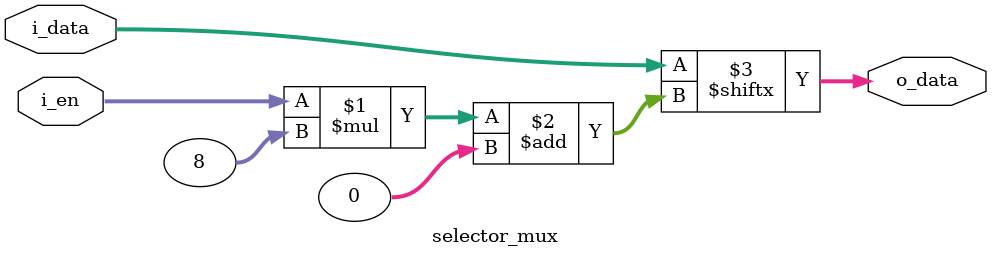
<source format=v>
`timescale 1ns / 1ps

module selector_mux
#(
    parameter BITS_ENABLES  = 2                 ,
    parameter BUS_SIZE      = 8                 ,
    parameter NUM_SLICES    = 2**BITS_ENABLES
)
(
    input  wire [BITS_ENABLES        - 1 : 0] i_en      ,
    input  wire [NUM_SLICES*BUS_SIZE - 1 : 0] i_data    ,
    output wire [BUS_SIZE            - 1 : 0] o_data
);

    assign o_data = i_data[i_en * BUS_SIZE +: BUS_SIZE];

endmodule

</source>
